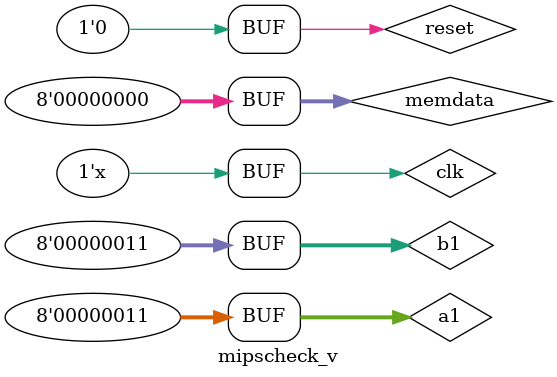
<source format=v>
`timescale 1ns / 1ps


module mipscheck_v;

	// Inputs
	reg clk;
	reg reset;
	reg [7:0] a1;
	reg [7:0] b1;
	reg [7:0] memdata;

	// Outputs
	wire alusrca;
	wire memtoreg;
	wire regdst;
	wire iord;
	wire pcen;
	wire regwrite;
	wire [1:0] pcsrc;
	wire [1:0] alusrcb;
	wire [3:0] irwrite;
	wire [2:0] alucontrol;
	wire branch;
	wire [7:0] src1;
	wire [7:0] src2;
	wire [7:0] alucheck;
	wire [7:0] pcvalue;
	wire [7:0] nextpcvalue;
	wire [7:0] read1;
	wire [7:0] read2;
	wire [7:0] RgDst;
	wire [31:0] instr;
	wire zero;
	wire memread;
	wire memwrite;
	wire [7:0] adr;
	wire [7:0] writedata;

	// Instantiate the Unit Under Test (UUT)
	mips uut (
		.clk(clk), 
		.reset(reset), 
		.a1(a1), 
		.b1(b1), 
		.memdata(memdata), 
		.alusrca(alusrca), 
		.memtoreg(memtoreg), 
		.regdst(regdst), 
		.iord(iord), 
		.pcen(pcen), 
		.regwrite(regwrite), 
		.pcsrc(pcsrc), 
		.alusrcb(alusrcb), 
		.irwrite(irwrite), 
		.alucontrol(alucontrol), 
		.branch(branch), 
		.src1(src1), 
		.src2(src2), 
		.alucheck(alucheck), 
		.pcvalue(pcvalue), 
		.nextpcvalue(nextpcvalue), 
		.read1(read1), 
		.read2(read2), 
		.RgDst(RgDst), 
		.instr(instr), 
		.zero(zero), 
		.memread(memread), 
		.memwrite(memwrite), 
		.adr(adr), 
		.writedata(writedata)
	);
always begin
#5
clk=~clk;
end
	initial begin

		clk = 0;
		reset = 1;
		a1 = 8'h03;
		b1 = 8'h03;
		memdata = 8'h20;

		#10;
		reset=0;
		memdata = 8'h08;
		#10;
		
		reset=0;
		memdata = 8'h43;
		#10;
		reset=0;
		memdata = 8'h00;
		#10;

		
		
	end
      
endmodule


</source>
